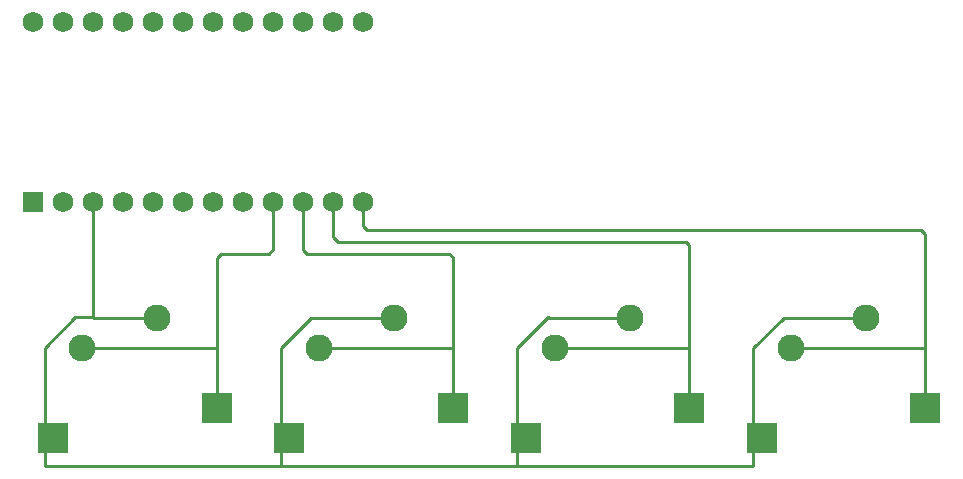
<source format=gbr>
%TF.GenerationSoftware,KiCad,Pcbnew,7.0.6*%
%TF.CreationDate,2023-08-10T21:51:54+02:00*%
%TF.ProjectId,pcb,7063622e-6b69-4636-9164-5f7063625858,rev?*%
%TF.SameCoordinates,Original*%
%TF.FileFunction,Copper,L2,Bot*%
%TF.FilePolarity,Positive*%
%FSLAX46Y46*%
G04 Gerber Fmt 4.6, Leading zero omitted, Abs format (unit mm)*
G04 Created by KiCad (PCBNEW 7.0.6) date 2023-08-10 21:51:54*
%MOMM*%
%LPD*%
G01*
G04 APERTURE LIST*
%TA.AperFunction,ComponentPad*%
%ADD10R,1.752600X1.752600*%
%TD*%
%TA.AperFunction,ComponentPad*%
%ADD11C,1.752600*%
%TD*%
%TA.AperFunction,SMDPad,CuDef*%
%ADD12R,2.550000X2.500000*%
%TD*%
%TA.AperFunction,ComponentPad*%
%ADD13C,2.286000*%
%TD*%
%TA.AperFunction,Conductor*%
%ADD14C,0.250000*%
%TD*%
G04 APERTURE END LIST*
D10*
%TO.P,J1,1,Pin_1*%
%TO.N,unconnected-(J1-Pin_1-Pad1)*%
X25030000Y-37620000D03*
D11*
%TO.P,J1,2,Pin_2*%
%TO.N,unconnected-(J1-Pin_2-Pad2)*%
X27570000Y-37620000D03*
%TO.P,J1,3,Pin_3*%
%TO.N,Net-(J1-Pin_3)*%
X30110000Y-37620000D03*
%TO.P,J1,4,Pin_4*%
%TO.N,unconnected-(J1-Pin_4-Pad4)*%
X32650000Y-37620000D03*
%TO.P,J1,5,Pin_5*%
%TO.N,unconnected-(J1-Pin_5-Pad5)*%
X35190000Y-37620000D03*
%TO.P,J1,6,Pin_6*%
%TO.N,unconnected-(J1-Pin_6-Pad6)*%
X37730000Y-37620000D03*
%TO.P,J1,7,Pin_7*%
%TO.N,unconnected-(J1-Pin_7-Pad7)*%
X40270000Y-37620000D03*
%TO.P,J1,8,Pin_8*%
%TO.N,unconnected-(J1-Pin_8-Pad8)*%
X42810000Y-37620000D03*
%TO.P,J1,9,Pin_9*%
%TO.N,Net-(J1-Pin_9)*%
X45350000Y-37620000D03*
%TO.P,J1,10,Pin_10*%
%TO.N,Net-(J1-Pin_10)*%
X47890000Y-37620000D03*
%TO.P,J1,11,Pin_11*%
%TO.N,Net-(J1-Pin_11)*%
X50430000Y-37620000D03*
%TO.P,J1,12,Pin_12*%
%TO.N,Net-(J1-Pin_12)*%
X52970000Y-37620000D03*
%TO.P,J1,13,Pin_13*%
%TO.N,unconnected-(J1-Pin_13-Pad13)*%
X52970000Y-22380000D03*
%TO.P,J1,14,Pin_14*%
%TO.N,unconnected-(J1-Pin_14-Pad14)*%
X50430000Y-22380000D03*
%TO.P,J1,15,Pin_15*%
%TO.N,unconnected-(J1-Pin_15-Pad15)*%
X47890000Y-22380000D03*
%TO.P,J1,16,Pin_16*%
%TO.N,unconnected-(J1-Pin_16-Pad16)*%
X45350000Y-22380000D03*
%TO.P,J1,17,Pin_17*%
%TO.N,unconnected-(J1-Pin_17-Pad17)*%
X42810000Y-22380000D03*
%TO.P,J1,18,Pin_18*%
%TO.N,unconnected-(J1-Pin_18-Pad18)*%
X40270000Y-22380000D03*
%TO.P,J1,19,Pin_19*%
%TO.N,unconnected-(J1-Pin_19-Pad19)*%
X37730000Y-22380000D03*
%TO.P,J1,20,Pin_20*%
%TO.N,unconnected-(J1-Pin_20-Pad20)*%
X35190000Y-22380000D03*
%TO.P,J1,21,Pin_21*%
%TO.N,unconnected-(J1-Pin_21-Pad21)*%
X32650000Y-22380000D03*
%TO.P,J1,22,Pin_22*%
%TO.N,unconnected-(J1-Pin_22-Pad22)*%
X30110000Y-22380000D03*
%TO.P,J1,23,Pin_23*%
%TO.N,unconnected-(J1-Pin_23-Pad23)*%
X27570000Y-22380000D03*
%TO.P,J1,24,Pin_24*%
%TO.N,unconnected-(J1-Pin_24-Pad24)*%
X25030000Y-22380000D03*
%TD*%
D12*
%TO.P,MX2,1,1*%
%TO.N,Net-(J1-Pin_3)*%
X66710000Y-57580000D03*
D13*
X75540000Y-47420000D03*
%TO.P,MX2,2,2*%
%TO.N,Net-(J1-Pin_11)*%
X69190000Y-49960000D03*
D12*
X80560000Y-55040000D03*
%TD*%
%TO.P,MX3,1,1*%
%TO.N,Net-(J1-Pin_3)*%
X46710000Y-57580000D03*
D13*
X55540000Y-47420000D03*
%TO.P,MX3,2,2*%
%TO.N,Net-(J1-Pin_10)*%
X49190000Y-49960000D03*
D12*
X60560000Y-55040000D03*
%TD*%
%TO.P,MX1,1,1*%
%TO.N,Net-(J1-Pin_3)*%
X86710000Y-57580000D03*
D13*
X95540000Y-47420000D03*
%TO.P,MX1,2,2*%
%TO.N,Net-(J1-Pin_12)*%
X89190000Y-49960000D03*
D12*
X100560000Y-55040000D03*
%TD*%
%TO.P,MX4,1,1*%
%TO.N,Net-(J1-Pin_3)*%
X26710000Y-57580000D03*
D13*
X35540000Y-47420000D03*
%TO.P,MX4,2,2*%
%TO.N,Net-(J1-Pin_9)*%
X29190000Y-49960000D03*
D12*
X40560000Y-55040000D03*
%TD*%
D14*
%TO.N,Net-(J1-Pin_9)*%
X40560000Y-50000000D02*
X40560000Y-42340000D01*
X40560000Y-55040000D02*
X40560000Y-50000000D01*
X40560000Y-42340000D02*
X40900000Y-42000000D01*
X40520000Y-49960000D02*
X40560000Y-50000000D01*
X45350000Y-41650000D02*
X45350000Y-37620000D01*
X40900000Y-42000000D02*
X45000000Y-42000000D01*
X29190000Y-49960000D02*
X40520000Y-49960000D01*
X45000000Y-42000000D02*
X45350000Y-41650000D01*
%TO.N,Net-(J1-Pin_12)*%
X53300000Y-40000000D02*
X52970000Y-39670000D01*
X100560000Y-40360000D02*
X100200000Y-40000000D01*
X100560000Y-49960000D02*
X89190000Y-49960000D01*
X100200000Y-40000000D02*
X53300000Y-40000000D01*
X52970000Y-39670000D02*
X52970000Y-37620000D01*
X100560000Y-55040000D02*
X100560000Y-40360000D01*
%TO.N,Net-(J1-Pin_11)*%
X80560000Y-49900000D02*
X80560000Y-41300000D01*
X80560000Y-55040000D02*
X80560000Y-49900000D01*
X50800000Y-41000000D02*
X50430000Y-40630000D01*
X80260000Y-41000000D02*
X50800000Y-41000000D01*
X50430000Y-40630000D02*
X50430000Y-37620000D01*
X80560000Y-41300000D02*
X80260000Y-41000000D01*
X80500000Y-49960000D02*
X80560000Y-49900000D01*
X69190000Y-49960000D02*
X80500000Y-49960000D01*
%TO.N,Net-(J1-Pin_10)*%
X48200000Y-42000000D02*
X47890000Y-41690000D01*
X60520000Y-49960000D02*
X60560000Y-50000000D01*
X60560000Y-42300000D02*
X60260000Y-42000000D01*
X60260000Y-42000000D02*
X48200000Y-42000000D01*
X47890000Y-41690000D02*
X47890000Y-37620000D01*
X49190000Y-49960000D02*
X60520000Y-49960000D01*
X60560000Y-55040000D02*
X60560000Y-42300000D01*
%TO.N,Net-(J1-Pin_3)*%
X26000000Y-57750000D02*
X26000000Y-50000000D01*
X86000000Y-60000000D02*
X26000000Y-60000000D01*
X46170000Y-57580000D02*
X46000000Y-57750000D01*
X46000000Y-50000000D02*
X46000000Y-57750000D01*
X86710000Y-57580000D02*
X86170000Y-57580000D01*
X26000000Y-50000000D02*
X28600000Y-47400000D01*
X68700000Y-47400000D02*
X68720000Y-47420000D01*
X46710000Y-57580000D02*
X46170000Y-57580000D01*
X86000000Y-57750000D02*
X86000000Y-60000000D01*
X26000000Y-60000000D02*
X26000000Y-57750000D01*
X86170000Y-57580000D02*
X86000000Y-57750000D01*
X46000000Y-57750000D02*
X46000000Y-60000000D01*
X26170000Y-57580000D02*
X26000000Y-57750000D01*
X30110000Y-47390000D02*
X30110000Y-37620000D01*
X28600000Y-47400000D02*
X30100000Y-47400000D01*
X66000000Y-50000000D02*
X68600000Y-47400000D01*
X68600000Y-47400000D02*
X68700000Y-47400000D01*
X55540000Y-47420000D02*
X48580000Y-47420000D01*
X88580000Y-47420000D02*
X86000000Y-50000000D01*
X95540000Y-47420000D02*
X88580000Y-47420000D01*
X66710000Y-57580000D02*
X66170000Y-57580000D01*
X66000000Y-60000000D02*
X66000000Y-57750000D01*
X30100000Y-47400000D02*
X30110000Y-47390000D01*
X86000000Y-50000000D02*
X86000000Y-57750000D01*
X26710000Y-57580000D02*
X26170000Y-57580000D01*
X66170000Y-57580000D02*
X66000000Y-57750000D01*
X68720000Y-47420000D02*
X75540000Y-47420000D01*
X30110000Y-47390000D02*
X30140000Y-47420000D01*
X66000000Y-57750000D02*
X66000000Y-50000000D01*
X48580000Y-47420000D02*
X46000000Y-50000000D01*
X30140000Y-47420000D02*
X35540000Y-47420000D01*
%TD*%
M02*

</source>
